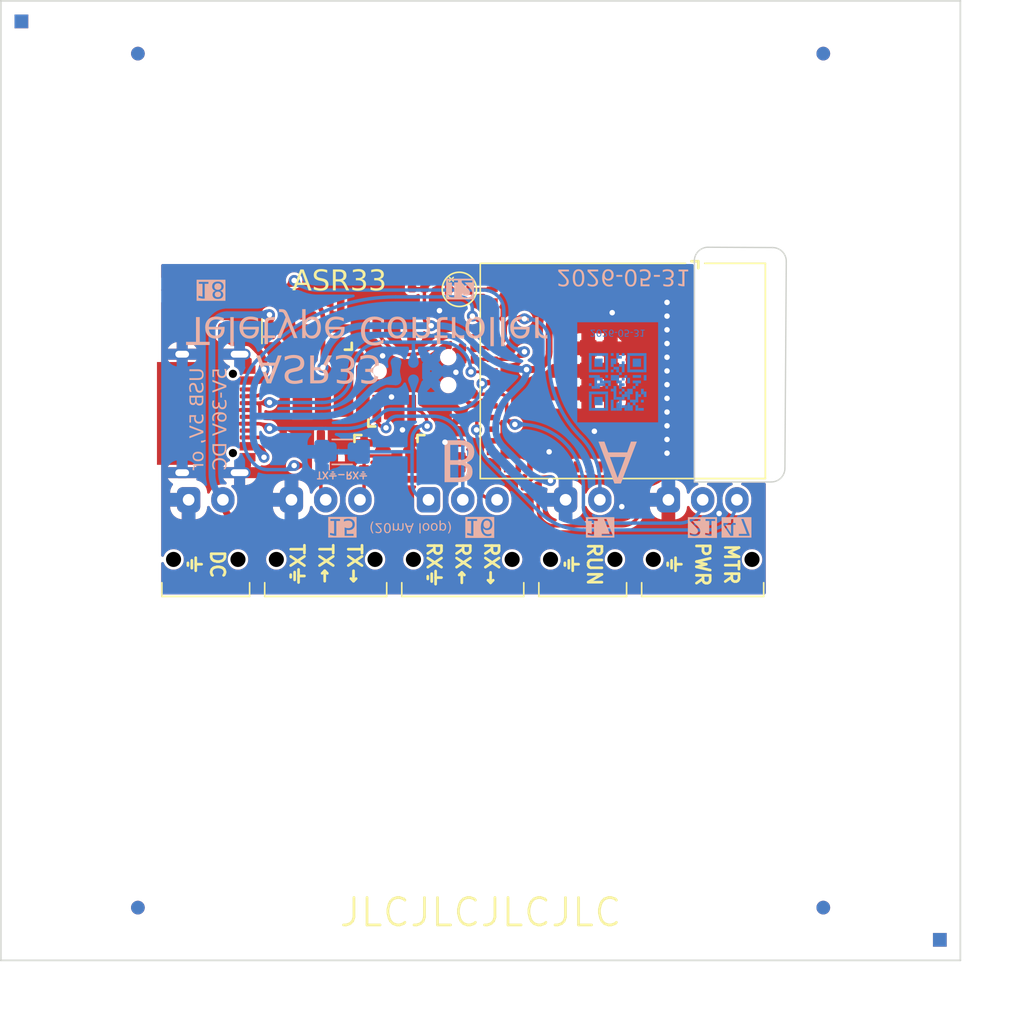
<source format=kicad_pcb>
(kicad_pcb (version 20240108) (generator "pcbnew") (generator_version "8.0")
  (title_block (title "ASR33 driver") (rev "1") (comment 1 "www.me.uk") (comment 2 "@TheRealRevK"))
  (layers (0 "F.Cu" signal) (31 "B.Cu" signal) (34 "B.Paste" user) (35 "F.Paste" user) (36 "B.SilkS" user "B.Silkscreen") (37 "F.SilkS" user "F.Silkscreen") (38 "B.Mask" user) (39 "F.Mask" user) (44 "Edge.Cuts" user))
  (net 0 "")
  (net 1 "D+")
  (net 2 "GND")
  (net 3 "D-")
  (net 4 "+3V3")
  (net 5 "VBUS")
  (net 6 "Net-(U8-EN)")
  (net 7 "MTR")
  (net 8 "PWR")
  (net 9 "RUN")
  (net 10 "RX20MA")
  (net 12 "Net-(J5-Pin_3)")
  (net 13 "Net-(J5-Pin_2)")
  (net 14 "Net-(J6-Pin_3)")
  (net 15 "Net-(J6-Pin_2)")
  (net 16 "Net-(J6-Pin_1)")
  (net 17 "Net-(J7-CC1)")
  (net 19 "Net-(J7-CC2)")
  (net 21 "TX20MA")
  (net 22 "BUTTON")
  (net 23 "DC")
  (net 60 "RGB")
  (footprint "RevK:SOT-457" (layer "F.Cu") (at 97.3 98.2)
    (property "Reference" "U4" (hide yes))
    (property "Value" "NCR402U")
  )
  (footprint "RevK:VCUT70N" (layer "F.Cu") (at 121 100 90)
    (property "Reference" "V4" (hide yes))
    (property "Value" "~")
  )
  (footprint "RevK:R_0402_" (layer "F.Cu") (at 88.5 87)
    (property "Reference" "R1" (hide yes))
    (property "Value" "124k" (hide yes))
  )
  (footprint "RevK:C_0603_" (layer "F.Cu") (at 88.5 90.9)
    (property "Reference" "C12" (hide yes))
    (property "Value" "100nF")
  )
  (footprint "RevK:C_0402" (layer "F.Cu") (at 111.2 100.4 180)
    (property "Reference" "C11" (hide yes))
    (property "Value" "1uF" (hide yes))
  )
  (footprint "RevK:SO-4_4.4x3.6mm_P2.54mm" (layer "F.Cu") (at 93.7 91.6 90)
    (property "Reference" "U5" (hide yes))
    (property "Value" "LTV-356T")
  )
  (footprint "RevK:PTSM-HH1-3-RA" (layer "F.Cu") (at 88.7 101.4)
    (property "Reference" "J5" (hide yes))
    (property "Value" "Tx")
  )
  (footprint "RevK:SOT-457" (layer "F.Cu") (at 92.7 98.2)
    (property "Reference" "U3" (hide yes))
    (property "Value" "NCR402U")
  )
  (footprint "RevK:USB-C-Socket-H" (layer "F.Cu") (at 81.93 95.1 -90)
    (property "Reference" "J7" (hide yes))
    (property "Value" "USB-C-Socket-V")
  )
  (footprint "RevK:R_0402" (layer "F.Cu") (at 85.1 97.2 180)
    (property "Reference" "R8" (hide yes))
    (property "Value" "5K1" (hide yes))
  )
  (footprint "RevK:D_SOD-123" (layer "F.Cu") (at 82.95 89.1 180)
    (property "Reference" "D1" (hide yes))
    (property "Value" "D")
  )
  (footprint "RevK:VCUT70N" (layer "F.Cu") (at 76.5 100 90)
    (property "Reference" "V3" (hide yes))
    (property "Value" "~")
  )
  (footprint "RevK:DFN1006-2L" (layer "F.Cu") (at 99.1 90.3 180)
    (property "Reference" "D7" (hide yes))
    (property "Value" "~")
  )
  (footprint "RevK:PCB7070" (layer "F.Cu") (at 100 100)
    (property "Reference" "PCB1" (hide yes))
    (property "Value" "70x70" (hide yes))
    (fp_line (start -35 -35) (end 35 -35) (stroke (width 0.12)) (layer "Edge.Cuts"))
    (fp_line (start -35 35) (end -35 -35) (stroke (width 0.12)) (layer "Edge.Cuts"))
    (fp_line (start 35 -35) (end 35 35) (stroke (width 0.12)) (layer "Edge.Cuts"))
    (fp_line (start 35 35) (end -35 35) (stroke (width 0.12)) (layer "Edge.Cuts"))
  )
  (footprint "RevK:C_0402" (layer "F.Cu") (at 95 85.5 90)
    (property "Reference" "C10" (hide yes))
    (property "Value" "22uF" (hide yes))
  )
  (footprint "RevK:R_0402" (layer "F.Cu") (at 85.1 93.3)
    (property "Reference" "R7" (hide yes))
    (property "Value" "5K1" (hide yes))
  )
  (footprint "RevK:R_0402_" (layer "F.Cu") (at 90.3 87)
    (property "Reference" "R2" (hide yes))
    (property "Value" "39k2" (hide yes))
  )
  (footprint "RevK:SOT-23-6-MD8942" (layer "F.Cu") (at 88.5 88.9)
    (property "Reference" "U1" (hide yes))
    (property "Value" "MD8942")
  )
  (footprint "RevK:ESP32-S3-MINI-1" (layer "F.Cu") (at 107.85 92 -90)
    (property "Reference" "U8" (hide yes))
    (property "Value" "ESP32-S3-MINI-1" (hide yes))
  )
  (footprint "RevK:L_4x4_" (layer "F.Cu") (at 88.5 93.5)
    (property "Reference" "L2" (hide yes))
    (property "Value" "10uH")
  )
  (footprint "RevK:R_0402_" (layer "F.Cu") (at 86.7 87)
    (property "Reference" "R3" (hide yes))
    (property "Value" "1M" (hide yes))
  )
  (footprint "RevK:SOT-23" (layer "F.Cu") (at 88.35 97.9625 90)
    (property "Reference" "Q1" (hide yes))
    (property "Value" "NX7002AK")
  )
  (footprint "RevK:VCUT70N" (layer "F.Cu") (at 100 84)
    (property "Reference" "V1" (hide yes))
    (property "Value" "~")
  )
  (footprint "RevK:DFN1006-2L" (layer "F.Cu") (at 99.125 91.15 180)
    (property "Reference" "D2" (hide yes))
    (property "Value" "~")
  )
  (footprint "RevK:PTSM-HH1-3-RA" (layer "F.Cu") (at 98.7 101.4)
    (property "Reference" "J6" (hide yes))
    (property "Value" "Rx")
  )
  (footprint "RevK:DFN1006-2L" (layer "F.Cu") (at 99.1 95.2 180)
    (property "Reference" "D6" (hide yes))
    (property "Value" "~")
  )
  (footprint "RevK:PTSM-HH1-2-RA" (layer "F.Cu") (at 79.95 101.4)
    (property "Reference" "J2" (hide yes))
    (property "Value" "DC")
  )
  (footprint "RevK:R_0402" (layer "F.Cu") (at 103.7 100.4)
    (property "Reference" "R13" (hide yes))
    (property "Value" "10K" (hide yes))
  )
  (footprint "RevK:VCUT70N" (layer "F.Cu") (at 100 108.5)
    (property "Reference" "V2" (hide yes))
    (property "Value" "~")
  )
  (footprint "RevK:C_0402" (layer "F.Cu") (at 95.9 85.5 90)
    (property "Reference" "C9" (hide yes))
    (property "Value" "100nF" (hide yes))
  )
  (footprint "RevK:C_0603_" (layer "F.Cu") (at 91 90.2 90)
    (property "Reference" "C8" (hide yes))
    (property "Value" "10uF 6.3V")
  )
  (footprint "RevK:SMD1010+" (layer "F.Cu") (at 98.45 86.05 45)
    (property "Reference" "D4" (hide yes))
    (property "Value" "XL-1010RGBC-WS2812B" (hide yes))
  )
  (footprint "RevK:TS-1092S-B3D2-G" (layer "F.Cu") (at 80.8 86.1)
    (property "Reference" "SW1" (hide yes))
    (property "Value" "SW_Push")
  )
  (footprint "RevK:PTSM-HH1-3-RA" (layer "F.Cu") (at 116.2 101.4)
    (property "Reference" "J3" (hide yes))
    (property "Value" "Power")
  )
  (footprint "RevK:DFN1006-2L" (layer "F.Cu") (at 99.1 93.7 180)
    (property "Reference" "D3" (hide yes))
    (property "Value" "~")
  )
  (footprint "RevK:PTSM-HH1-2-RA" (layer "F.Cu") (at 107.45 101.4)
    (property "Reference" "J4" (hide yes))
    (property "Value" "RUN")
  )
  (footprint "RevK:C_0603_" (layer "F.Cu") (at 86 90.2 90)
    (property "Reference" "C1" (hide yes))
    (property "Value" "10uF 35V")
  )
  (footprint "RevK:Tag-Connect_TC2030-IDC-NL_2x03_P1.27mm_Vertical" (layer "B.Cu") (at 95.1 92.015)
    (property "Reference" "J8" (hide yes))
    (property "Value" "TC2030-USB-NL-DS")
  )
  (footprint "RevK:Pad_1206_0805_Bridged" (layer "B.Cu") (at 89.9 97.9)
    (property "Reference" "JP1" (hide yes))
    (property "Value" "Jumper_2_Bridged")
  )
  (footprint "RevK:QR-ASR33" (layer "B.Cu") (at 110 92.8)
    (property "Reference" "U7" (hide yes))
    (property "Value" "QR" (hide yes))
  )
  (gr_line (start 116.592278 82.975965) (end 121.3 83) (stroke (width 0.1)) (layer "Edge.Cuts"))
  (gr_line (start 115.6 84.1) (end 115.6 100.1) (stroke (width 0.1)) (layer "Edge.Cuts"))
  (gr_arc (start 121.3 83) (mid 122.007107 83.292893) (end 122.3 84) (stroke (width 0.1)) (layer "Edge.Cuts"))
  (gr_arc (start 115.6 84.1) (mid 115.842614 83.31418) (end 116.592278 82.975965) (stroke (width 0.1)) (layer "Edge.Cuts"))
  (gr_line (start 115.6 100.1) (end 121.2 100.1) (stroke (width 0.1)) (layer "Edge.Cuts"))
  (gr_line (start 122.2 99.1) (end 122.3 84) (stroke (width 0.1)) (layer "Edge.Cuts"))
  (gr_arc (start 122.2 99.1) (mid 121.907107 99.807107) (end 121.2 100.1) (stroke (width 0.1)) (layer "Edge.Cuts"))
  (gr_text "21" (at 116.2 103.3 180) (layer "B.SilkS" knockout) (effects (font (size 1.2 1.2)) (justify mirror)))
  (gr_text "ASR33" (at 88.2 91.7 180) (layer "B.SilkS") (effects (font (size 2 2)) (justify mirror)))
  (gr_text "${CURRENT_DATE}" (at 115.3 85.1 180) (layer "B.SilkS") (effects (font (size 1.2 1.2)) (justify right mirror)))
  (gr_text "(20mA loop)" (at 94.9 103.4 180) (layer "B.SilkS") (effects (font (size 0.7 0.7)) (justify mirror)))
  (gr_text "Teletype Controller" (at 91.7 88.9 180) (layer "B.SilkS") (effects (font (size 2 2)) (justify mirror)))
  (gr_text "TX⏚-RX⏚" (at 89.9 99.6 180) (layer "B.SilkS") (effects (font (size 0.5 0.5) (thickness 0.1)) (justify mirror)))
  (gr_text "USB 5V, or\n5V-36V DC" (at 80.2 95.5 90) (layer "B.SilkS") (effects (font (size 1 1)) (justify mirror)))
  (gr_text "B" (at 98.4 98.3 180) (layer "B.SilkS") (effects (font (size 3 3)) (justify mirror)))
  (gr_text "16" (at 99.9 103.3 180) (layer "B.SilkS" knockout) (effects (font (size 1.2 1.2)) (justify mirror)))
  (gr_text "47" (at 118.7 103.3 180) (layer "B.SilkS" knockout) (effects (font (size 1.2 1.2)) (justify mirror)))
  (gr_text "18" (at 80.3 86 180) (layer "B.SilkS" knockout) (effects (font (size 1.2 1.2)) (justify mirror)))
  (gr_text "12" (at 98.5 85.9 180) (layer "B.SilkS" knockout) (effects (font (size 1.2 1.2)) (justify mirror)))
  (gr_text "A" (at 110 98.4 180) (layer "B.SilkS") (effects (font (size 3 3)) (justify mirror)))
  (gr_text "17" (at 108.7 103.3 180) (layer "B.SilkS" knockout) (effects (font (size 1.2 1.2)) (justify mirror)))
  (gr_text "15" (at 89.9 103.3 180) (layer "B.SilkS" knockout) (effects (font (size 1.2 1.2)) (justify mirror)))
  (gr_text "MTR" (at 118.3 106.1 -90) (layer "F.SilkS") (effects (font (size 1 1) (thickness 0.2))))
  (gr_text "⏚" (at 79.1 106.1 -90) (layer "F.SilkS") (effects (font (size 1 1) (thickness 0.2))))
  (gr_text "RUN" (at 108.3 106.1 -90) (layer "F.SilkS") (effects (font (size 1 1) (thickness 0.2))))
  (gr_text "⏚" (at 114.1 106.1 -90) (layer "F.SilkS") (effects (font (size 1 1) (thickness 0.2))))
  (gr_text "TX⏚" (at 86.6 106.1 -90) (layer "F.SilkS") (effects (font (size 1 1) (thickness 0.2))))
  (gr_text "TX←" (at 88.7 106.1 -90) (layer "F.SilkS") (effects (font (size 1 1) (thickness 0.2))))
  (gr_text "PWR" (at 116.2 106.1 -90) (layer "F.SilkS") (effects (font (size 1 1) (thickness 0.2))))
  (gr_text "TX→" (at 90.8 106.1 -90) (layer "F.SilkS") (effects (font (size 1 1) (thickness 0.2))))
  (gr_text "⏚" (at 106.6 106.1 -90) (layer "F.SilkS") (effects (font (size 1 1) (thickness 0.2))))
  (gr_text "RX←" (at 98.7 106.1 -90) (layer "F.SilkS") (effects (font (size 1 1) (thickness 0.2))))
  (gr_text "RX⏚" (at 96.6 106.1 -90) (layer "F.SilkS") (effects (font (size 1 1) (thickness 0.2))))
  (gr_text "ASR33" (at 89.7 85.5 0) (layer "F.SilkS") (effects (font (size 1.5 1.5))))
  (gr_text "RX→" (at 100.8 106.1 -90) (layer "F.SilkS") (effects (font (size 1 1) (thickness 0.2))))
  (gr_text "DC" (at 80.8 106.1 -90) (layer "F.SilkS") (effects (font (size 1 1) (thickness 0.2))))
  (segment (start 100.171639 92.85) (end 100.85 92.85) (width 0.2) (layer "F.Cu") (net 1))
  (segment (start 83 94.85) (end 82.362661 94.85) (width 0.25) (layer "F.Cu") (net 1))
  (segment (start 83.755026 95.85) (end 83 95.85) (width 0.25) (layer "F.Cu") (net 1))
  (segment (start 82.105 95.107661) (end 82.105 95.590685) (width 0.25) (layer "F.Cu") (net 1))
  (segment (start 83 95.85) (end 82.364315 95.85) (width 0.25) (layer "F.Cu") (net 1))
  (via (at 100.102229 92.91941) (size 0.8) (drill 0.4) (layers "F.Cu" "B.Cu") (net 1))
  (via (at 84.6 96.2) (size 0.8) (drill 0.4) (layers "F.Cu" "B.Cu") (net 1))
  (arc (start 84.6 96.2) (mid 84.212323 95.940962) (end 83.755026 95.85) (width 0.25) (layer "F.Cu") (net 1))
  (arc (start 82.362661 94.85) (mid 82.180467 94.925467) (end 82.105 95.107661) (width 0.25) (layer "F.Cu") (net 1))
  (arc (start 100.102229 92.91941) (mid 100.122559 92.87033) (end 100.171639 92.85) (width 0.2) (layer "F.Cu") (net 1))
  (arc (start 82.364315 95.85) (mid 82.180952 95.774048) (end 82.105 95.590685) (width 0.25) (layer "F.Cu") (net 1))
  (segment (start 93.482843 94.8) (end 95.1 94.8) (width 0.25) (layer "B.Cu") (net 1))
  (segment (start 88.7 96.2) (end 90.144366 96.2) (width 0.25) (layer "B.Cu") (net 1))
  (segment (start 92.8 95.1) (end 92.829289 95.070711) (width 0.25) (layer "B.Cu") (net 1))
  (segment (start 84.6 96.2) (end 88.7 96.2) (width 0.25) (layer "B.Cu") (net 1))
  (segment (start 95.3 94.8) (end 98.221639 94.8) (width 0.25) (layer "B.Cu") (net 1))
  (segment (start 95.1 94.8) (end 95.3 94.8) (width 0.25) (layer "B.Cu") (net 1))
  (segment (start 95.1 92.65) (end 95.1 94.8) (width 0.25) (layer "B.Cu") (net 1))
  (arc (start 98.221639 94.8) (mid 99.551417 94.249188) (end 100.102229 92.91941) (width 0.25) (layer "B.Cu") (net 1))
  (arc (start 92.829289 95.070711) (mid 93.129142 94.870355) (end 93.482843 94.8) (width 0.25) (layer "B.Cu") (net 1))
  (arc (start 90.144366 96.2) (mid 91.581585 95.914119) (end 92.8 95.1) (width 0.25) (layer "B.Cu") (net 1))
  (segment (start 83 98.3) (end 83 98.84) (width 0.5) (layer "F.Cu") (net 2))
  (segment (start 98.675 90.3) (end 98.675 91.089645) (width 0.25) (layer "F.Cu") (net 2))
  (segment (start 83 91.9) (end 83 91.36) (width 0.5) (layer "F.Cu") (net 2))
  (segment (start 98.1 84.6) (end 96.865685 84.6) (width 0.25) (layer "F.Cu") (net 2))
  (segment (start 100.9 84.6) (end 98.1 84.6) (width 0.25) (layer "F.Cu") (net 2))
  (segment (start 101.1 85) (end 100.7 84.6) (width 0.25) (layer "F.Cu") (net 2))
  (via (at 105 97.9) (size 0.8) (drill 0.4) (layers "F.Cu" "B.Cu") (net 2))
  (via (at 113.6 88) (size 0.8) (drill 0.4) (layers "F.Cu" "B.Cu") (net 2))
  (via (at 98.2 92.1) (size 0.8) (drill 0.4) (layers "F.Cu" "B.Cu") (net 2))
  (via (at 113.6 92) (size 0.8) (drill 0.4) (layers "F.Cu" "B.Cu") (net 2))
  (via (at 97 87.6) (size 0.8) (drill 0.4) (layers "F.Cu" "B.Cu") (net 2))
  (via (at 113.6 97) (size 0.8) (drill 0.4) (layers "F.Cu" "B.Cu") (net 2))
  (via (at 110.3 101.9) (size 0.8) (drill 0.4) (layers "F.Cu" "B.Cu") (net 2))
  (via (at 113.6 98) (size 0.8) (drill 0.4) (layers "F.Cu" "B.Cu") (net 2))
  (via (at 113.6 94) (size 0.8) (drill 0.4) (layers "F.Cu" "B.Cu") (net 2))
  (via (at 113.6 96) (size 0.8) (drill 0.4) (layers "F.Cu" "B.Cu") (net 2))
  (via (at 97.4 97.2) (size 0.8) (drill 0.4) (layers "F.Cu" "B.Cu") (net 2))
  (via (at 113.6 93) (size 0.8) (drill 0.4) (layers "F.Cu" "B.Cu") (net 2))
  (via (at 94.3 96.3) (size 0.8) (drill 0.4) (layers "F.Cu" "B.Cu") (net 2))
  (via (at 93.5 93.9) (size 0.8) (drill 0.4) (layers "F.Cu" "B.Cu") (net 2))
  (via (at 113.6 95) (size 0.8) (drill 0.4) (layers "F.Cu" "B.Cu") (net 2))
  (via (at 113.6 91) (size 0.8) (drill 0.4) (layers "F.Cu" "B.Cu") (net 2))
  (via (at 109.6 87.75) (size 0.8) (drill 0.4) (layers "F.Cu" "B.Cu") (net 2))
  (via (at 117.4 102.4) (size 0.8) (drill 0.4) (layers "F.Cu" "B.Cu") (net 2))
  (via (at 108.3 96.4) (size 0.8) (drill 0.4) (layers "F.Cu" "B.Cu") (net 2))
  (via (at 113.6 87) (size 0.8) (drill 0.4) (layers "F.Cu" "B.Cu") (net 2))
  (via (at 92.85 90.9) (size 0.8) (drill 0.4) (layers "F.Cu" "B.Cu") (net 2))
  (via (at 113.6 89) (size 0.8) (drill 0.4) (layers "F.Cu" "B.Cu") (net 2))
  (via (at 113.6 90) (size 0.8) (drill 0.4) (layers "F.Cu" "B.Cu") (net 2))
  (arc (start 96.865685 84.6) (mid 96.34306 84.703957) (end 95.9 85) (width 0.25) (layer "F.Cu") (net 2))
  (arc (start 83 91.36) (mid 82.830122 90.949878) (end 82.42 90.78) (width 0.5) (layer "F.Cu") (net 2))
  (arc (start 83 98.84) (mid 82.830122 99.250122) (end 82.42 99.42) (width 0.5) (layer "F.Cu") (net 2))
  (segment (start 83 94.35) (end 83.635685 94.35) (width 0.25) (layer "F.Cu") (net 3))
  (segment (start 83 94.35) (end 84.47929 94.35) (width 0.25) (layer "F.Cu") (net 3))
  (segment (start 83 95.35) (end 83.635685 95.35) (width 0.25) (layer "F.Cu") (net 3))
  (segment (start 83.895 94.609315) (end 83.895 95.090685) (width 0.25) (layer "F.Cu") (net 3))
  (segment (start 99.29585 92.066075) (end 100.783925 92.066075) (width 0.2) (layer "F.Cu") (net 3))
  (via (at 99.29585 92.066075) (size 0.8) (drill 0.4) (layers "F.Cu" "B.Cu") (net 3))
  (via (at 84.6 94.3) (size 0.8) (drill 0.4) (layers "F.Cu" "B.Cu") (net 3))
  (arc (start 100.783925 92.066075) (mid 100.830647 92.046722) (end 100.85 92) (width 0.2) (layer "F.Cu") (net 3))
  (arc (start 83.635685 94.35) (mid 83.819048 94.425952) (end 83.895 94.609315) (width 0.25) (layer "F.Cu") (net 3))
  (arc (start 83.635685 95.35) (mid 83.819048 95.274048) (end 83.895 95.090685) (width 0.25) (layer "F.Cu") (net 3))
  (arc (start 84.47929 94.35) (mid 84.544618 94.337005) (end 84.6 94.3) (width 0.25) (layer "F.Cu") (net 3))
  (segment (start 95.1 89.9) (end 96.85 89.9) (width 0.25) (layer "B.Cu") (net 3))
  (segment (start 97.1 89.9) (end 97.129775 89.9) (width 0.2) (layer "B.Cu") (net 3))
  (segment (start 95.1 91.38) (end 95.1 89.9) (width 0.25) (layer "B.Cu") (net 3))
  (segment (start 88.430598 94.3) (end 84.6 94.3) (width 0.25) (layer "B.Cu") (net 3))
  (segment (start 96.85 89.9) (end 97.1 89.9) (width 0.25) (layer "B.Cu") (net 3))
  (segment (start 96.85 89.9) (end 97.129775 89.9) (width 0.25) (layer "B.Cu") (net 3))
  (segment (start 95.1 89.9) (end 92.830598 89.9) (width 0.25) (layer "B.Cu") (net 3))
  (arc (start 90.630598 92.1) (mid 89.986233 93.655635) (end 88.430598 94.3) (width 0.25) (layer "B.Cu") (net 3))
  (arc (start 97.129775 89.9) (mid 98.661421 90.534429) (end 99.29585 92.066075) (width 0.25) (layer "B.Cu") (net 3))
  (arc (start 92.830598 89.9) (mid 91.274963 90.544365) (end 90.630598 92.1) (width 0.25) (layer "B.Cu") (net 3))
  (segment (start 96.006846 85.896619) (end 95.9 86) (width 0.25) (layer "F.Cu") (net 4))
  (segment (start 98.426148 85.356324) (end 98.405539 85.343096) (width 0.25) (layer "F.Cu") (net 4))
  (segment (start 103.629191 99.995015) (end 103.587868 100.012132) (width 0.25) (layer "F.Cu") (net 4))
  (segment (start 89.86698 92.957865) (end 89.86544 92.926428) (width 0.5) (layer "F.Cu") (net 4))
  (segment (start 103.871183 99.780619) (end 103.841726 99.792838) (width 0.25) (layer "F.Cu") (net 4))
  (segment (start 98.7 85.448959) (end 98.540901 85.28986) (width 0.25) (layer "F.Cu") (net 4))
  (segment (start 103.911749 99.768208) (end 103.871183 99.780619) (width 0.25) (layer "F.Cu") (net 4))
  (segment (start 103.2 100.4) (end 103.587868 100.012132) (width 0.25) (layer "F.Cu") (net 4))
  (segment (start 90 93.5) (end 89.997238 93.387274) (width 0.5) (layer "F.Cu") (net 4))
  (segment (start 89.86544 92.926428) (end 89.841367 92.868345) (width 0.5) (layer "F.Cu") (net 4))
  (segment (start 89.820237 92.845016) (end 88.80022 91.825) (width 0.5) (layer "F.Cu") (net 4))
  (segment (start 103.35 91.9) (end 103.7 91.9) (width 0.5) (layer "F.Cu") (net 4))
  (segment (start 112.1 85.9) (end 112.1 85) (width 0.5) (layer "F.Cu") (net 4))
  (segment (start 107.2 86.65) (end 111.35 86.65) (width 0.5) (layer "F.Cu") (net 4))
  (segment (start 98.405539 85.343096) (end 98.38871 85.335493) (width 0.25) (layer "F.Cu") (net 4))
  (segment (start 89.997238 93.387274) (end 89.953255 93.166155) (width 0.5) (layer "F.Cu") (net 4))
  (segment (start 98.38871 85.335493) (end 98.38752 85.335) (width 0.25) (layer "F.Cu") (net 4))
  (segment (start 103.967215 99.758113) (end 103.911749 99.768208) (width 0.25) (layer "F.Cu") (net 4))
  (segment (start 95 86) (end 95.9 86) (width 0.25) (layer "F.Cu") (net 4))
  (segment (start 89.841367 92.868345) (end 89.820237 92.845016) (width 0.5) (layer "F.Cu") (net 4))
  (segment (start 104.041956 99.755) (end 103.967215 99.758113) (width 0.25) (layer "F.Cu") (net 4))
  (segment (start 105 90.6) (end 105 88.85) (width 0.5) (layer "F.Cu") (net 4))
  (segment (start 89.953255 93.166155) (end 89.86698 92.957865) (width 0.5) (layer "F.Cu") (net 4))
  (segment (start 98.38752 85.335) (end 97.362714 85.335) (width 0.25) (layer "F.Cu") (net 4))
  (segment (start 88.590657 91.738196) (end 88.498653 91.738196) (width 0.5) (layer "F.Cu") (net 4))
  (segment (start 95.9 86) (end 95.9 88.199502) (width 0.25) (layer "F.Cu") (net 4))
  (segment (start 103.841726 99.792838) (end 103.820418 99.803788) (width 0.25) (layer "F.Cu") (net 4))
  (segment (start 104.50972 99.755) (end 104.041956 99.755) (width 0.25) (layer "F.Cu") (net 4))
  (segment (start 98.45 85.378249) (end 98.426148 85.356324) (width 0.25) (layer "F.Cu") (net 4))
  (segment (start 103.820418 99.803788) (end 103.629191 99.995015) (width 0.25) (layer "F.Cu") (net 4))
  (via (at 88.498653 91.738196) (size 0.8) (drill 0.4) (layers "F.Cu" "B.Cu") (net 4))
  (via (at 103.35 91.9) (size 0.8) (drill 0.4) (layers "F.Cu" "B.Cu") (net 4))
  (via (at 96.4 88.699502) (size 0.8) (drill 0.4) (layers "F.Cu" "B.Cu") (net 4))
  (via (at 105.1 99.999502) (size 0.8) (drill 0.4) (layers "F.Cu" "B.Cu") (net 4))
  (arc (start 97.362714 85.335) (mid 96.699036 85.453512) (end 96.115472 85.792155) (width 0.25) (layer "F.Cu") (net 4))
  (arc (start 105 88.85) (mid 105.644365 87.294365) (end 107.2 86.65) (width 0.5) (layer "F.Cu") (net 4))
  (arc (start 103.7 91.9) (mid 104.619239 91.519239) (end 105 90.6) (width 0.5) (layer "F.Cu") (net 4))
  (arc (start 104.50972 99.755) (mid 104.829177 99.818544) (end 105.1 99.999502) (width 0.25) (layer "F.Cu") (net 4))
  (arc (start 88.80022 91.825) (mid 88.704072 91.760755) (end 88.590657 91.738196) (width 0.5) (layer "F.Cu") (net 4))
  (arc (start 111.35 86.65) (mid 111.88033 86.43033) (end 112.1 85.9) (width 0.5) (layer "F.Cu") (net 4))
  (arc (start 95.9 88.199502) (mid 96.046447 88.553055) (end 96.4 88.699502) (width 0.25) (layer "F.Cu") (net 4))
  (segment (start 101.665685 97.565686) (end 102.2 98.1) (width 0.5) (layer "B.Cu") (net 4))
  (segment (start 96.967427 88.699502) (end 96.4 88.699502) (width 0.5) (layer "B.Cu") (net 4))
  (segment (start 102.3 93.6) (end 102.08995 93.81005) (width 0.5) (layer "B.Cu") (net 4))
  (segment (start 102.2 98.1) (end 103.392043 99.292043) (width 0.5) (layer "B.Cu") (net 4))
  (segment (start 100.021142 90.521142) (end 99.070711 89.570711) (width 0.5) (layer "B.Cu") (net 4))
  (segment (start 91.537347 88.699502) (end 96.4 88.699502) (width 0.5) (layer "B.Cu") (net 4))
  (segment (start 102.890381 93.00962) (end 102.3 93.6) (width 0.5) (layer "B.Cu") (net 4))
  (arc (start 88.498653 91.738196) (mid 89.388666 89.589515) (end 91.537347 88.699502) (width 0.5) (layer "B.Cu") (net 4))
  (arc (start 102.08995 93.81005) (mid 101.35728 94.906568) (end 101.1 96.2) (width 0.5) (layer "B.Cu") (net 4))
  (arc (start 101.1 96.2) (mid 101.247017 96.939104) (end 101.665685 97.565686) (width 0.5) (layer "B.Cu") (net 4))
  (arc (start 103.35 91.9) (mid 103.230549 92.500522) (end 102.890381 93.00962) (width 0.5) (layer "B.Cu") (net 4))
  (arc (start 103.392043 99.292043) (mid 104.17566 99.815639) (end 105.1 99.999502) (width 0.5) (layer "B.Cu") (net 4))
  (arc (start 99.070711 89.570711) (mid 98.105716 88.925922) (end 96.967427 88.699502) (width 0.5) (layer "B.Cu") (net 4))
  (arc (start 103.35 91.9) (mid 101.548435 91.541646) (end 100.021142 90.521142) (width 0.5) (layer "B.Cu") (net 4))
  (segment (start 83.721041 90.478959) (end 83.364473 90.122391) (width 0.5) (layer "F.Cu") (net 5))
  (segment (start 84.2 91.873596) (end 84.2 91.635268) (width 0.5) (layer "F.Cu") (net 5))
  (segment (start 84.2 91.873596) (end 84.2 92.262462) (width 0.5) (layer "F.Cu") (net 5))
  (segment (start 83 97.5) (end 83.4 97.5) (width 0.5) (layer "F.Cu") (net 5))
  (segment (start 82.9 89.93) (end 82.13 89.93) (width 0.5) (layer "F.Cu") (net 5))
  (segment (start 83.762462 92.7) (end 83 92.7) (width 0.5) (layer "F.Cu") (net 5))
  (via (at 84.2 98.3) (size 0.8) (drill 0.4) (layers "F.Cu" "B.Cu") (net 5))
  (via (at 84.2 91.873596) (size 0.8) (drill 0.4) (layers "F.Cu" "B.Cu") (net 5))
  (arc (start 83.4 97.5) (mid 83.965685 97.734315) (end 84.2 98.3) (width 0.5) (layer "F.Cu") (net 5))
  (arc (start 82.13 89.93) (mid 81.543101 89.686899) (end 81.3 89.1) (width 0.5) (layer "F.Cu") (net 5))
  (arc (start 84.2 91.635268) (mid 84.075523 91.009478) (end 83.721041 90.478959) (width 0.5) (layer "F.Cu") (net 5))
  (arc (start 84.2 92.262462) (mid 84.071848 92.571848) (end 83.762462 92.7) (width 0.5) (layer "F.Cu") (net 5))
  (arc (start 83.364473 90.122391) (mid 83.151372 89.980001) (end 82.9 89.93) (width 0.5) (layer "F.Cu") (net 5))
  (segment (start 91.3 94.1) (end 91.986324 93.413676) (width 0.5) (layer "B.Cu") (net 5))
  (segment (start 83.4 96.7) (end 83.4 95.3) (width 0.5) (layer "B.Cu") (net 5))
  (segment (start 84.169502 98.3) (end 83.987251 98.117749) (width 0.5) (layer "B.Cu") (net 5))
  (segment (start 83.4 95.3) (end 88.402944 95.3) (width 0.5) (layer "B.Cu") (net 5))
  (segment (start 93.83 91.38) (end 93.83 92.65) (width 0.5) (layer "B.Cu") (net 5))
  (segment (start 83.4 95.3) (end 83.4 93.730353) (width 0.5) (layer "B.Cu") (net 5))
  (arc (start 83.4 93.730353) (mid 83.599881 92.725484) (end 84.169094 91.873596) (width 0.5) (layer "B.Cu") (net 5))
  (arc (start 91.986324 93.413676) (mid 92.832209 92.848473) (end 93.83 92.65) (width 0.5) (layer "B.Cu") (net 5))
  (arc (start 88.402944 95.3) (mid 89.970819 94.98813) (end 91.3 94.1) (width 0.5) (layer "B.Cu") (net 5))
  (arc (start 83.987251 98.117749) (mid 83.552622 97.467281) (end 83.4 96.7) (width 0.5) (layer "B.Cu") (net 5))
  (segment (start 113.784196 99.205087) (end 113.763152 99.295435) (width 0.25) (layer "F.Cu") (net 6))
  (segment (start 110.3 103.3) (end 105.4 103.3) (width 0.25) (layer "F.Cu") (net 6))
  (segment (start 113.763152 99.295435) (end 113.725234 99.405418) (width 0.25) (layer "F.Cu") (net 6))
  (segment (start 111.7 100.4) (end 111.7 101.9) (width 0.25) (layer "F.Cu") (net 6))
  (segment (start 113.725234 99.405418) (end 113.459433 99.671219) (width 0.25) (layer "F.Cu") (net 6))
  (segment (start 104.2 102.1) (end 104.2 100.4) (width 0.25) (layer "F.Cu") (net 6))
  (arc (start 113.459433 99.671219) (mid 112.652198 100.210596) (end 111.7 100.4) (width 0.25) (layer "F.Cu") (net 6))
  (arc (start 111.7 101.9) (mid 111.289949 102.889949) (end 110.3 103.3) (width 0.25) (layer "F.Cu") (net 6))
  (arc (start 105.4 103.3) (mid 104.551472 102.948528) (end 104.2 102.1) (width 0.25) (layer "F.Cu") (net 6))
  (segment (start 99.725 95.2) (end 99.725 96.239645) (width 0.25) (layer "F.Cu") (net 7))
  (segment (start 100.85 95.4) (end 100.007842 95.4) (width 0.25) (layer "F.Cu") (net 7))
  (via (at 99.7 96.3) (size 0.8) (drill 0.4) (layers "F.Cu" "B.Cu") (net 7))
  (arc (start 100.007842 95.4) (mid 99.74653 95.348022) (end 99.525 95.2) (width 0.25) (layer "F.Cu") (net 7))
  (arc (start 99.725 96.239645) (mid 99.718502 96.272309) (end 99.7 96.3) (width 0.25) (layer "F.Cu") (net 7))
  (segment (start 100.689949 98.68995) (end 104.256497 102.256497) (width 0.25) (layer "B.Cu") (net 7))
  (segment (start 116.5 103.6) (end 107.5 103.6) (width 0.25) (layer "B.Cu") (net 7))
  (arc (start 99.7 96.3) (mid 99.957279 97.593431) (end 100.689949 98.68995) (width 0.25) (layer "B.Cu") (net 7))
  (arc (start 104.256497 102.256497) (mid 105.744628 103.250835) (end 107.5 103.6) (width 0.25) (layer "B.Cu") (net 7))
  (arc (start 118.7 101.4) (mid 118.055635 102.955635) (end 116.5 103.6) (width 0.25) (layer "B.Cu") (net 7))
  (segment (start 101.1 93.7) (end 101.5 93.7) (width 0.25) (layer "F.Cu") (net 8))
  (segment (start 101.1 93.7) (end 99.775 93.7) (width 0.25) (layer "F.Cu") (net 8))
  (segment (start 101.9 94.1) (end 101.9 95.3) (width 0.25) (layer "F.Cu") (net 8))
  (via (at 102.5 95.9) (size 0.8) (drill 0.4) (layers "F.Cu" "B.Cu") (net 8))
  (arc (start 101.5 93.7) (mid 101.782843 93.817157) (end 101.9 94.1) (width 0.25) (layer "F.Cu") (net 8))
  (arc (start 101.9 95.3) (mid 102.075736 95.724264) (end 102.5 95.9) (width 0.25) (layer "F.Cu") (net 8))
  (segment (start 108.663299 103.1) (end 114.5 103.1) (width 0.25) (layer "B.Cu") (net 8))
  (segment (start 107.5 100.5) (end 107.5 101.936701) (width 0.25) (layer "B.Cu") (net 8))
  (segment (start 102.7 95.9) (end 102.9 95.9) (width 0.25) (layer "B.Cu") (net 8))
  (arc (start 102.9 95.9) (mid 106.152691 97.247309) (end 107.5 100.5) (width 0.25) (layer "B.Cu") (net 8))
  (arc (start 107.5 101.936701) (mid 107.840722 102.759278) (end 108.663299 103.1) (width 0.25) (layer "B.Cu") (net 8))
  (arc (start 114.5 103.1) (mid 115.702082 102.602082) (end 116.2 101.4) (width 0.25) (layer "B.Cu") (net 8))
  (segment (start 103.2 88.2) (end 102.5 88.2) (width 0.25) (layer "F.Cu") (net 9))
  (segment (start 101.8 88.9) (end 101.8 89.35) (width 0.25) (layer "F.Cu") (net 9))
  (segment (start 100.85 90.3) (end 99.525 90.3) (width 0.25) (layer "F.Cu") (net 9))
  (via (at 103.2 88.2) (size 0.8) (drill 0.4) (layers "F.Cu" "B.Cu") (net 9))
  (arc (start 102.5 88.2) (mid 102.005025 88.405025) (end 101.8 88.9) (width 0.25) (layer "F.Cu") (net 9))
  (arc (start 101.8 89.35) (mid 101.521751 90.021751) (end 100.85 90.3) (width 0.25) (layer "F.Cu") (net 9))
  (segment (start 105 89.8) (end 105 91.247309) (width 0.25) (layer "B.Cu") (net 9))
  (segment (start 108.7 100.179898) (end 108.7 101.4) (width 0.25) (layer "B.Cu") (net 9))
  (arc (start 103.4 88.2) (mid 104.531371 88.668629) (end 105 89.8) (width 0.25) (layer "B.Cu") (net 9))
  (arc (start 105 91.247309) (mid 105.59775 94.252403) (end 107.3 96.8) (width 0.25) (layer "B.Cu") (net 9))
  (arc (start 107.3 96.8) (mid 108.336151 98.35071) (end 108.7 100.179898) (width 0.25) (layer "B.Cu") (net 9))
  (segment (start 93.4 90.3) (end 93.405026 90.305025) (width 0.25) (layer "F.Cu") (net 10))
  (segment (start 93.052254 89.952254) (end 93.4 90.3) (width 0.25) (layer "F.Cu") (net 10))
  (segment (start 98.169238 89.45) (end 101.1 89.45) (width 0.25) (layer "F.Cu") (net 10))
  (segment (start 94.6 90.8) (end 94.910051 90.8) (width 0.25) (layer "F.Cu") (net 10))
  (arc (start 93.405026 90.305025) (mid 93.953285 90.67136) (end 94.6 90.8) (width 0.25) (layer "F.Cu") (net 10))
  (arc (start 96.6 90.1) (mid 97.319972 89.61893) (end 98.169238 89.45) (width 0.25) (layer "F.Cu") (net 10))
  (arc (start 92.43 88.45) (mid 92.591718 89.263014) (end 93.052254 89.952254) (width 0.25) (layer "F.Cu") (net 10))
  (arc (start 94.910051 90.8) (mid 95.824645 90.618076) (end 96.6 90.1) (width 0.25) (layer "F.Cu") (net 10))
  (segment (start 91.5 98.2) (end 91.5 99.15) (width 0.25) (layer "F.Cu") (net 12))
  (segment (start 91.5 98.2) (end 93.9 98.2) (width 0.25) (layer "F.Cu") (net 12))
  (segment (start 91.5 99.15) (end 91.5 101.1) (width 0.25) (layer "F.Cu") (net 12))
  (segment (start 88.35 97.025) (end 88.35 101.05) (width 0.25) (layer "F.Cu") (net 13))
  (segment (start 99.3 99.5) (end 99.3 99) (width 0.25) (layer "F.Cu") (net 14))
  (segment (start 98.5 98.2) (end 96.1 98.2) (width 0.25) (layer "F.Cu") (net 14))
  (segment (start 96.1 99.15) (end 96.1 98.2) (width 0.25) (layer "F.Cu") (net 14))
  (arc (start 99.3 99) (mid 99.065685 98.434315) (end 98.5 98.2) (width 0.25) (layer "F.Cu") (net 14))
  (arc (start 101.2 101.4) (mid 99.856497 100.843503) (end 99.3 99.5) (width 0.25) (layer "F.Cu") (net 14))
  (segment (start 92.43 94.75) (end 92.43 95.48) (width 0.25) (layer "F.Cu") (net 15))
  (via (at 93.1 96.15) (size 0.8) (drill 0.4) (layers "F.Cu" "B.Cu") (net 15))
  (arc (start 92.43 95.48) (mid 92.626238 95.953762) (end 93.1 96.15) (width 0.25) (layer "F.Cu") (net 15))
  (segment (start 93.95 95.3) (end 96.5 95.3) (width 0.25) (layer "B.Cu") (net 15))
  (segment (start 98.7 97.5) (end 98.7 101.4) (width 0.25) (layer "B.Cu") (net 15))
  (arc (start 96.5 95.3) (mid 98.055635 95.944365) (end 98.7 97.5) (width 0.25) (layer "B.Cu") (net 15))
  (arc (start 93.1 96.15) (mid 93.348959 95.548959) (end 93.95 95.3) (width 0.25) (layer "B.Cu") (net 15))
  (segment (start 96.098088 96.023088) (end 96.1 96.025) (width 0.25) (layer "F.Cu") (net 16))
  (segment (start 96.098088 95.781305) (end 96.098088 96.023088) (width 0.25) (layer "F.Cu") (net 16))
  (via (at 96.1 96.025) (size 0.8) (drill 0.4) (layers "F.Cu" "B.Cu") (net 16))
  (arc (start 94.97 94.75) (mid 95.733417 95.046877) (end 96.098088 95.781305) (width 0.25) (layer "F.Cu") (net 16))
  (segment (start 95 100.2) (end 95 97.9) (width 0.25) (layer "B.Cu") (net 16))
  (segment (start 91.3625 97.9) (end 95 97.9) (width 0.25) (layer "B.Cu") (net 16))
  (segment (start 95.814694 95.935222) (end 96.010222 95.935222) (width 0.25) (layer "B.Cu") (net 16))
  (segment (start 95 97.9) (end 95 97.65) (width 0.25) (layer "B.Cu") (net 16))
  (segment (start 95 97.65) (end 95 97) (width 0.25) (layer "B.Cu") (net 16))
  (segment (start 96.010222 95.935222) (end 96.1 96.025) (width 0.25) (layer "B.Cu") (net 16))
  (arc (start 95 97) (mid 95.227311 96.330362) (end 95.814694 95.935222) (width 0.25) (layer "B.Cu") (net 16))
  (arc (start 96.2 101.4) (mid 95.351472 101.048528) (end 95 100.2) (width 0.25) (layer "B.Cu") (net 16))
  (segment (start 83.592715 93.832909) (end 83.711282 93.808289) (width 0.25) (layer "F.Cu") (net 17))
  (segment (start 83.925027 93.730072) (end 84.008906 93.684845) (width 0.25) (layer "F.Cu") (net 17))
  (segment (start 84.221822 93.495584) (end 84.3 93.417405) (width 0.25) (layer "F.Cu") (net 17))
  (segment (start 83.662764 93.825) (end 83.026001 93.825) (width 0.25) (layer "F.Cu") (net 17))
  (segment (start 83.807898 93.778442) (end 83.925027 93.730072) (width 0.25) (layer "F.Cu") (net 17))
  (segment (start 83.371684 93.847722) (end 83.489814 93.844829) (width 0.25) (layer "F.Cu") (net 17))
  (segment (start 83.489814 93.844829) (end 83.592715 93.832909) (width 0.25) (layer "F.Cu") (net 17))
  (segment (start 83 93.85) (end 83.255624 93.85) (width 0.25) (layer "F.Cu") (net 17))
  (segment (start 83.026001 93.825) (end 83 93.85) (width 0.25) (layer "F.Cu") (net 17))
  (segment (start 84.163807 93.565434) (end 84.221822 93.495584) (width 0.25) (layer "F.Cu") (net 17))
  (segment (start 84.58344 93.3) (end 84.6 93.3) (width 0.25) (layer "F.Cu") (net 17))
  (segment (start 84.111458 93.612858) (end 84.141955 93.586413) (width 0.25) (layer "F.Cu") (net 17))
  (segment (start 84.068772 93.645559) (end 84.111458 93.612858) (width 0.25) (layer "F.Cu") (net 17))
  (segment (start 84.141955 93.586413) (end 84.163807 93.565434) (width 0.25) (layer "F.Cu") (net 17))
  (segment (start 84.008906 93.684845) (end 84.068772 93.645559) (width 0.25) (layer "F.Cu") (net 17))
  (segment (start 83.255624 93.85) (end 83.371684 93.847722) (width 0.25) (layer "F.Cu") (net 17))
  (segment (start 83.711282 93.808289) (end 83.807898 93.778442) (width 0.25) (layer "F.Cu") (net 17))
  (arc (start 84.3 93.417405) (mid 84.430043 93.330513) (end 84.58344 93.3) (width 0.25) (layer "F.Cu") (net 17))
  (segment (start 83 96.85) (end 83.755026 96.85) (width 0.25) (layer "F.Cu") (net 19))
  (arc (start 83.755026 96.85) (mid 84.212322 96.940962) (end 84.6 97.2) (width 0.25) (layer "F.Cu") (net 19))
  (segment (start 86.4 98.9) (end 87.4 98.9) (width 0.25) (layer "F.Cu") (net 21))
  (via (at 86.4 98.9) (size 0.8) (drill 0.4) (layers "F.Cu" "B.Cu") (net 21))
  (via (at 99.4 88) (size 0.8) (drill 0.4) (layers "F.Cu" "B.Cu") (net 21))
  (arc (start 100.848528 88.6) (mid 100.06459 88.444065) (end 99.4 88) (width 0.25) (layer "F.Cu") (net 21))
  (segment (start 99.4 88) (end 99.4 87.5) (width 0.25) (layer "B.Cu") (net 21))
  (segment (start 82.7 96.86863) (end 82.7 93.614213) (width 0.25) (layer "B.Cu") (net 21))
  (segment (start 83.7 91.2) (end 84.410912 90.489088) (width 0.25) (layer "B.Cu") (net 21))
  (segment (start 98.5 86.6) (end 93.8 86.6) (width 0.25) (layer "B.Cu") (net 21))
  (segment (start 85.675736 99.2) (end 84.465685 99.2) (width 0.25) (layer "B.Cu") (net 21))
  (arc (start 84.410912 90.489088) (mid 88.718662 87.610741) (end 93.8 86.6) (width 0.25) (layer "B.Cu") (net 21))
  (arc (start 83.5 98.8) (mid 82.907914 97.913881) (end 82.7 96.86863) (width 0.25) (layer "B.Cu") (net 21))
  (arc (start 84.465685 99.2) (mid 83.94306 99.096043) (end 83.5 98.8) (width 0.25) (layer "B.Cu") (net 21))
  (arc (start 99.4 87.5) (mid 99.136396 86.863604) (end 98.5 86.6) (width 0.25) (layer "B.Cu") (net 21))
  (arc (start 82.7 93.614213) (mid 82.959891 92.307651) (end 83.7 91.2) (width 0.25) (layer "B.Cu") (net 21))
  (arc (start 86.4 98.9) (mid 86.067705 99.122032) (end 85.675736 99.2) (width 0.25) (layer "B.Cu") (net 21))
  (segment (start 84.710051 86.1) (end 84.45 86.1) (width 0.25) (layer "F.Cu") (net 22))
  (segment (start 101.1 91.15) (end 101.872183 91.15) (width 0.25) (layer "F.Cu") (net 22))
  (segment (start 101.1 91.15) (end 99.8 91.15) (width 0.25) (layer "F.Cu") (net 22))
  (via (at 103.2 90.6) (size 0.8) (drill 0.4) (layers "F.Cu" "B.Cu") (net 22))
  (via (at 86.4 85.4) (size 0.8) (drill 0.4) (layers "F.Cu" "B.Cu") (net 22))
  (arc (start 86.4 85.4) (mid 85.624645 85.918076) (end 84.710051 86.1) (width 0.25) (layer "F.Cu") (net 22))
  (arc (start 101.872183 91.15) (mid 102.590792 91.00706) (end 103.2 90.6) (width 0.25) (layer "F.Cu") (net 22))
  (segment (start 88.089949 86.1) (end 100.2 86.1) (width 0.25) (layer "B.Cu") (net 22))
  (segment (start 101.7 87.6) (end 101.7 88.9) (width 0.25) (layer "B.Cu") (net 22))
  (arc (start 86.4 85.4) (mid 87.175355 85.918076) (end 88.089949 86.1) (width 0.25) (layer "B.Cu") (net 22))
  (arc (start 100.2 86.1) (mid 101.26066 86.53934) (end 101.7 87.6) (width 0.25) (layer "B.Cu") (net 22))
  (arc (start 101.7 88.9) (mid 102.197918 90.102082) (end 103.4 90.6) (width 0.25) (layer "B.Cu") (net 22))
  (segment (start 84.6 89.1) (end 84.6 87.9) (width 0.5) (layer "F.Cu") (net 23))
  (segment (start 93.9 102) (end 93.9 99.15) (width 0.5) (layer "F.Cu") (net 23))
  (segment (start 83 103.2) (end 92.7 103.2) (width 0.5) (layer "F.Cu") (net 23))
  (segment (start 94.65 99.9) (end 97.75 99.9) (width 0.5) (layer "F.Cu") (net 23))
  (segment (start 84.6 89.1) (end 85.675 89.1) (width 0.5) (layer "F.Cu") (net 23))
  (via (at 84.6 87.9) (size 0.8) (drill 0.4) (layers "F.Cu" "B.Cu") (net 23))
  (arc (start 93.9 99.15) (mid 94.11967 99.68033) (end 94.65 99.9) (width 0.5) (layer "F.Cu") (net 23))
  (arc (start 85.675 89.1) (mid 85.90481 89.19519) (end 86 89.425) (width 0.5) (layer "F.Cu") (net 23))
  (arc (start 97.75 99.9) (mid 98.28033 99.68033) (end 98.5 99.15) (width 0.5) (layer "F.Cu") (net 23))
  (arc (start 92.7 103.2) (mid 93.548528 102.848528) (end 93.9 102) (width 0.5) (layer "F.Cu") (net 23))
  (arc (start 81.2 101.4) (mid 81.727208 102.672792) (end 83 103.2) (width 0.5) (layer "F.Cu") (net 23))
  (segment (start 81.5 87.9) (end 84.6 87.9) (width 0.5) (layer "B.Cu") (net 23))
  (segment (start 80.4 99.46863) (end 80.4 89) (width 0.5) (layer "B.Cu") (net 23))
  (arc (start 81.2 101.4) (mid 80.607914 100.513881) (end 80.4 99.46863) (width 0.5) (layer "B.Cu") (net 23))
  (arc (start 80.4 89) (mid 80.722183 88.222183) (end 81.5 87.9) (width 0.5) (layer "B.Cu") (net 23))
  (segment (start 101.1 86.05) (end 99.301041 86.05) (width 0.25) (layer "F.Cu") (net 60))
  (zone (net 2) (net_name "GND") (layers "F&B.Cu") (connect_pads (clearance 0.2)) (min_thickness 0.2) (fill yes (thermal_gap 0.5) (thermal_bridge_width 1))
    (polygon (pts (xy 121 108.5) (xy 76.5 108.5) (xy 76.5 84) (xy 121 84)))
  )
)
</source>
